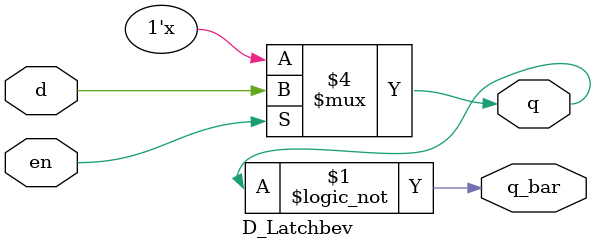
<source format=v>
module D_Latchbev(d, en, q, q_bar);

input d, en;
output reg q;
output q_bar;
assign q_bar = !q;

always @(d, en)
	begin
	if(en==1)
		begin
		q <= d;
		end
	else
		begin
		end
	end
endmodule
	
	


</source>
